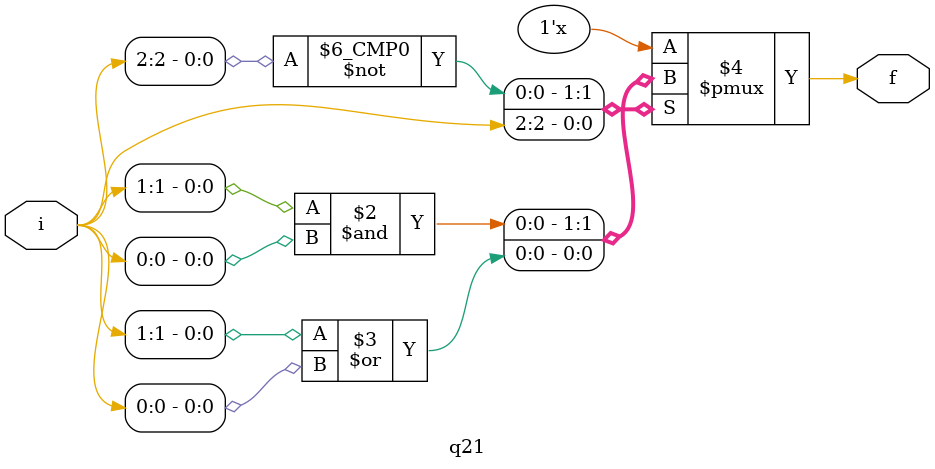
<source format=v>
module q21(i,f);
input [2:0]i;
output f;
reg f;
always @ (i)
begin
case(i[2])
0:f=i[1]&i[0];
1:f=i[1]|i[0];
endcase
end
endmodule



</source>
